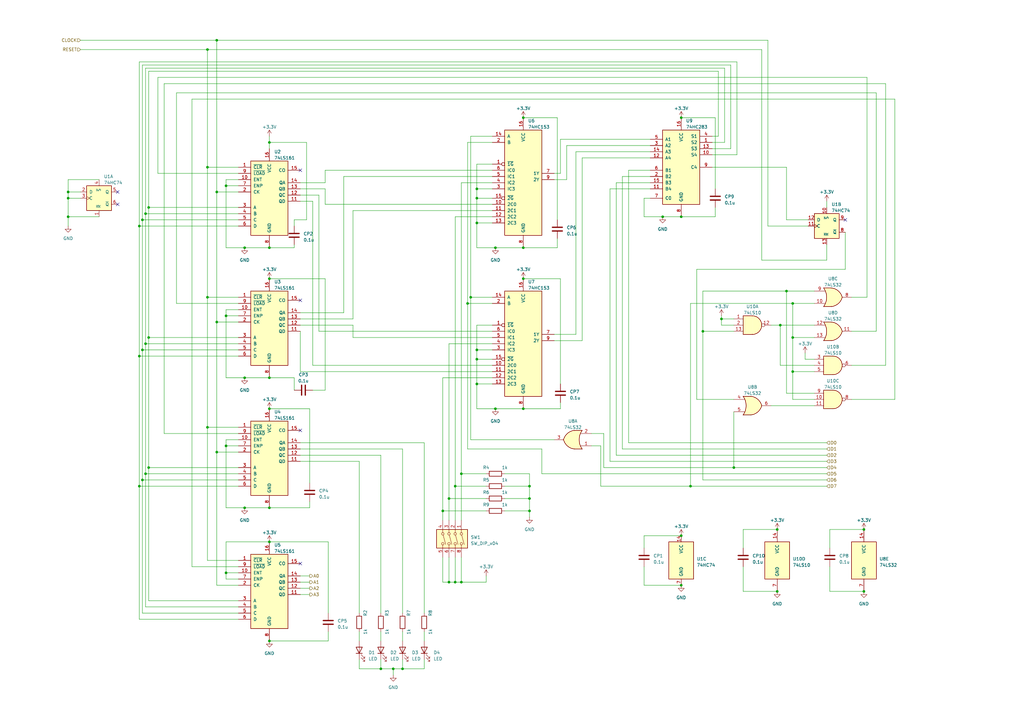
<source format=kicad_sch>
(kicad_sch (version 20230121) (generator eeschema)
  (paper "A3")
  (lib_symbols
    (symbol "74HC:74HC153" (pin_names (offset 1.016))
      (property "Reference" "U" (at -7.62 21.59 0))
      (property "Value" "74HC153" (at -7.62 -24.13 0))
      (symbol "74HC153_1_0"
        (pin input inverted (at -12.7 6.35 0) (length 5.08) (name "~{1G}") (number "1"))
        (pin input line (at -12.7 -10.16 0) (length 5.08) (name "2C0") (number "10"))
        (pin input line (at -12.7 -12.7 0) (length 5.08) (name "2C1") (number "11"))
        (pin input line (at -12.7 -15.24 0) (length 5.08) (name "2C2") (number "12"))
        (pin input line (at -12.7 -17.78 0) (length 5.08) (name "2C3") (number "13"))
        (pin input line (at -12.7 17.78 0) (length 5.08) (name "A") (number "14"))
        (pin input inverted (at -12.7 -7.62 0) (length 5.08) (name "~{2G}") (number "15"))
        (pin power_in line (at 0 25.4 270) (length 5.08) (name "VCC") (number "16"))
        (pin input line (at -12.7 15.24 0) (length 5.08) (name "B") (number "2"))
        (pin input line (at -12.7 -3.81 0) (length 5.08) (name "IC3") (number "3"))
        (pin input line (at -12.7 -1.27 0) (length 5.08) (name "IC2") (number "4"))
        (pin input line (at -12.7 1.27 0) (length 5.08) (name "IC1") (number "5"))
        (pin input line (at -12.7 3.81 0) (length 5.08) (name "IC0") (number "6"))
        (pin output line (at 12.7 2.54 180) (length 5.08) (name "1Y") (number "7"))
        (pin power_in line (at 0 -27.94 90) (length 5.08) (name "GND") (number "8"))
        (pin output line (at 12.7 0 180) (length 5.08) (name "2Y") (number "9"))
      )
    )
    (symbol "74HC:74HC161" (pin_names (offset 1.016))
      (property "Reference" "U" (at -7.62 16.51 0))
      (property "Value" "74LS161" (at -7.62 -16.51 0))
      (symbol "74HC161_1_0"
        (pin input line (at -12.7 12.7 0) (length 5.08) (name "~{CLR}") (number "1"))
        (pin input line (at -12.7 7.62 0) (length 5.08) (name "ENT") (number "10"))
        (pin output line (at 12.7 -1.27 180) (length 5.08) (name "QD") (number "11"))
        (pin output line (at 12.7 1.27 180) (length 5.08) (name "QC") (number "12"))
        (pin output line (at 12.7 3.81 180) (length 5.08) (name "QB") (number "13"))
        (pin output line (at 12.7 6.35 180) (length 5.08) (name "QA") (number "14"))
        (pin output line (at 12.7 11.43 180) (length 5.08) (name "CO") (number "15"))
        (pin power_in line (at 0 20.32 270) (length 5.08) (name "VCC") (number "16"))
        (pin input line (at -12.7 2.54 0) (length 5.08) (name "CK") (number "2"))
        (pin input line (at -12.7 -3.81 0) (length 5.08) (name "A") (number "3"))
        (pin input line (at -12.7 -6.35 0) (length 5.08) (name "B") (number "4"))
        (pin input line (at -12.7 -8.89 0) (length 5.08) (name "C") (number "5"))
        (pin input line (at -12.7 -11.43 0) (length 5.08) (name "D") (number "6"))
        (pin input line (at -12.7 5.08 0) (length 5.08) (name "ENP") (number "7"))
        (pin power_in line (at 0 -20.32 90) (length 5.08) (name "GND") (number "8"))
        (pin input line (at -12.7 10.16 0) (length 5.08) (name "~{LOAD}") (number "9"))
      )
    )
    (symbol "74HC:74HC283" (pin_names (offset 1.016))
      (property "Reference" "U" (at -7.62 16.51 0))
      (property "Value" "74HC283" (at -7.62 -16.51 0))
      (symbol "74HC283_1_0"
        (pin output line (at 12.7 10.16 180) (length 5.08) (name "S2") (number "1"))
        (pin output line (at 12.7 5.08 180) (length 5.08) (name "S4") (number "10"))
        (pin input line (at -12.7 -8.89 0) (length 5.08) (name "B4") (number "11"))
        (pin input line (at -12.7 3.81 0) (length 5.08) (name "A4") (number "12"))
        (pin output line (at 12.7 7.62 180) (length 5.08) (name "S3") (number "13"))
        (pin input line (at -12.7 6.35 0) (length 5.08) (name "A3") (number "14"))
        (pin input line (at -12.7 -6.35 0) (length 5.08) (name "B3") (number "15"))
        (pin power_in line (at 0 20.32 270) (length 5.08) (name "VCC") (number "16"))
        (pin input line (at -12.7 -3.81 0) (length 5.08) (name "B2") (number "2"))
        (pin input line (at -12.7 8.89 0) (length 5.08) (name "A2") (number "3"))
        (pin output line (at 12.7 12.7 180) (length 5.08) (name "S1") (number "4"))
        (pin input line (at -12.7 11.43 0) (length 5.08) (name "A1") (number "5"))
        (pin input line (at -12.7 -1.27 0) (length 5.08) (name "B1") (number "6"))
        (pin input line (at -12.7 -12.7 0) (length 5.08) (name "C0") (number "7"))
        (pin power_in line (at 0 -20.32 90) (length 5.08) (name "GND") (number "8"))
        (pin output line (at 12.7 0 180) (length 5.08) (name "C4") (number "9"))
      )
    )
    (symbol "74xx:74HC74" (pin_names (offset 1.016))
      (property "Reference" "U" (at -7.62 8.89 0))
      (property "Value" "74HC74" (at -7.62 -8.89 0))
      (symbol "74HC74_1_0"
        (pin input line (at 0 -7.62 90) (length 2.54) (name "~{R}") (number "1"))
        (pin input line (at -7.62 2.54 0) (length 2.54) (name "D") (number "2"))
        (pin input clock (at -7.62 0 0) (length 2.54) (name "C") (number "3"))
        (pin input line (at 0 7.62 270) (length 2.54) (name "~{S}") (number "4"))
        (pin output line (at 7.62 2.54 180) (length 2.54) (name "Q") (number "5"))
        (pin output line (at 7.62 -2.54 180) (length 2.54) (name "~{Q}") (number "6"))
      )
      (symbol "74HC74_2_0"
        (pin input line (at 0 7.62 270) (length 2.54) (name "~{S}") (number "10"))
        (pin input clock (at -7.62 0 0) (length 2.54) (name "C") (number "11"))
        (pin input line (at -7.62 2.54 0) (length 2.54) (name "D") (number "12"))
        (pin input line (at 0 -7.62 90) (length 2.54) (name "~{R}") (number "13"))
        (pin output line (at 7.62 -2.54 180) (length 2.54) (name "~{Q}") (number "8"))
        (pin output line (at 7.62 2.54 180) (length 2.54) (name "Q") (number "9"))
      )
      (symbol "74HC74_3_0"
        (pin power_in line (at 0 10.16 270) (length 2.54) (name "VCC") (number "14"))
        (pin power_in line (at 0 -10.16 90) (length 2.54) (name "GND") (number "7"))
      )
    )
    (symbol "74xx:74LS10" (pin_names (offset 1.016))
      (property "Reference" "U" (at 0 1.27 0))
      (property "Value" "74LS10" (at 0 -1.27 0))
      (symbol "74LS10_1_1"
        (pin input line (at -7.62 2.54 0) (length 3.81) (name "~") (number "1"))
        (pin output inverted (at 7.62 0 180) (length 3.81) (name "~") (number "12"))
        (pin input line (at -7.62 -2.54 0) (length 3.81) (name "~") (number "13"))
        (pin input line (at -7.62 0 0) (length 3.81) (name "~") (number "2"))
      )
      (symbol "74LS10_1_2"
        (pin input inverted (at -7.62 2.54 0) (length 4.318) (name "~") (number "1"))
        (pin output line (at 7.62 0 180) (length 3.81) (name "~") (number "12"))
        (pin input inverted (at -7.62 -2.54 0) (length 4.318) (name "~") (number "13"))
        (pin input inverted (at -7.62 0 0) (length 4.953) (name "~") (number "2"))
      )
      (symbol "74LS10_2_1"
        (pin input line (at -7.62 2.54 0) (length 3.81) (name "~") (number "3"))
        (pin input line (at -7.62 0 0) (length 3.81) (name "~") (number "4"))
        (pin input line (at -7.62 -2.54 0) (length 3.81) (name "~") (number "5"))
        (pin output inverted (at 7.62 0 180) (length 3.81) (name "~") (number "6"))
      )
      (symbol "74LS10_2_2"
        (pin input inverted (at -7.62 2.54 0) (length 4.318) (name "~") (number "3"))
        (pin input inverted (at -7.62 0 0) (length 4.953) (name "~") (number "4"))
        (pin input inverted (at -7.62 -2.54 0) (length 4.318) (name "~") (number "5"))
        (pin output line (at 7.62 0 180) (length 3.81) (name "~") (number "6"))
      )
      (symbol "74LS10_3_1"
        (pin input line (at -7.62 0 0) (length 3.81) (name "~") (number "10"))
        (pin input line (at -7.62 -2.54 0) (length 3.81) (name "~") (number "11"))
        (pin output inverted (at 7.62 0 180) (length 3.81) (name "~") (number "8"))
        (pin input line (at -7.62 2.54 0) (length 3.81) (name "~") (number "9"))
      )
      (symbol "74LS10_3_2"
        (pin input inverted (at -7.62 0 0) (length 4.953) (name "~") (number "10"))
        (pin input inverted (at -7.62 -2.54 0) (length 4.318) (name "~") (number "11"))
        (pin output line (at 7.62 0 180) (length 3.81) (name "~") (number "8"))
        (pin input inverted (at -7.62 2.54 0) (length 4.318) (name "~") (number "9"))
      )
      (symbol "74LS10_4_0"
        (pin power_in line (at 0 12.7 270) (length 5.08) (name "VCC") (number "14"))
        (pin power_in line (at 0 -12.7 90) (length 5.08) (name "GND") (number "7"))
      )
    )
    (symbol "74xx:74LS32" (pin_names (offset 1.016))
      (property "Reference" "U" (at 0 1.27 0))
      (property "Value" "74LS32" (at 0 -1.27 0))
      (symbol "74LS32_1_1"
        (pin input line (at -7.62 2.54 0) (length 4.318) (name "~") (number "1"))
        (pin input line (at -7.62 -2.54 0) (length 4.318) (name "~") (number "2"))
        (pin output line (at 7.62 0 180) (length 3.81) (name "~") (number "3"))
      )
      (symbol "74LS32_1_2"
        (pin input inverted (at -7.62 2.54 0) (length 3.81) (name "~") (number "1"))
        (pin input inverted (at -7.62 -2.54 0) (length 3.81) (name "~") (number "2"))
        (pin output inverted (at 7.62 0 180) (length 3.81) (name "~") (number "3"))
      )
      (symbol "74LS32_2_1"
        (pin input line (at -7.62 2.54 0) (length 4.318) (name "~") (number "4"))
        (pin input line (at -7.62 -2.54 0) (length 4.318) (name "~") (number "5"))
        (pin output line (at 7.62 0 180) (length 3.81) (name "~") (number "6"))
      )
      (symbol "74LS32_2_2"
        (pin input inverted (at -7.62 2.54 0) (length 3.81) (name "~") (number "4"))
        (pin input inverted (at -7.62 -2.54 0) (length 3.81) (name "~") (number "5"))
        (pin output inverted (at 7.62 0 180) (length 3.81) (name "~") (number "6"))
      )
      (symbol "74LS32_3_1"
        (pin input line (at -7.62 -2.54 0) (length 4.318) (name "~") (number "10"))
        (pin output line (at 7.62 0 180) (length 3.81) (name "~") (number "8"))
        (pin input line (at -7.62 2.54 0) (length 4.318) (name "~") (number "9"))
      )
      (symbol "74LS32_3_2"
        (pin input inverted (at -7.62 -2.54 0) (length 3.81) (name "~") (number "10"))
        (pin output inverted (at 7.62 0 180) (length 3.81) (name "~") (number "8"))
        (pin input inverted (at -7.62 2.54 0) (length 3.81) (name "~") (number "9"))
      )
      (symbol "74LS32_4_1"
        (pin output line (at 7.62 0 180) (length 3.81) (name "~") (number "11"))
        (pin input line (at -7.62 2.54 0) (length 4.318) (name "~") (number "12"))
        (pin input line (at -7.62 -2.54 0) (length 4.318) (name "~") (number "13"))
      )
      (symbol "74LS32_4_2"
        (pin output inverted (at 7.62 0 180) (length 3.81) (name "~") (number "11"))
        (pin input inverted (at -7.62 2.54 0) (length 3.81) (name "~") (number "12"))
        (pin input inverted (at -7.62 -2.54 0) (length 3.81) (name "~") (number "13"))
      )
      (symbol "74LS32_5_0"
        (pin power_in line (at 0 12.7 270) (length 5.08) (name "VCC") (number "14"))
        (pin power_in line (at 0 -12.7 90) (length 5.08) (name "GND") (number "7"))
      )
    )
    (symbol "Device:C" (pin_numbers hide) (pin_names (offset 0.254))
      (property "Reference" "C" (at 0.635 2.54 0))
      (property "Value" "C" (at 0.635 -2.54 0))
      (symbol "C_1_1"
        (pin passive line (at 0 3.81 270) (length 2.794) (name "~") (number "1"))
        (pin passive line (at 0 -3.81 90) (length 2.794) (name "~") (number "2"))
      )
    )
    (symbol "Device:LED" (pin_numbers hide) (pin_names (offset 1.016) hide)
      (property "Reference" "D" (at 0 2.54 0))
      (property "Value" "LED" (at 0 -2.54 0))
      (symbol "LED_1_1"
        (pin passive line (at -3.81 0 0) (length 2.54) (name "K") (number "1"))
        (pin passive line (at 3.81 0 180) (length 2.54) (name "A") (number "2"))
      )
    )
    (symbol "Device:R" (pin_numbers hide) (pin_names (offset 0))
      (property "Reference" "R" (at 2.032 0 90))
      (property "Value" "R" (at 0 0 90))
      (symbol "R_1_1"
        (pin passive line (at 0 3.81 270) (length 1.27) (name "~") (number "1"))
        (pin passive line (at 0 -3.81 90) (length 1.27) (name "~") (number "2"))
      )
    )
    (symbol "Switch:SW_DIP_x04" (pin_names (offset 0) hide)
      (property "Reference" "SW" (at 0 8.89 0))
      (property "Value" "SW_DIP_x04" (at 0 -6.35 0))
      (symbol "SW_DIP_x04_1_1"
        (pin passive line (at -7.62 5.08 0) (length 5.08) (name "~") (number "1"))
        (pin passive line (at -7.62 2.54 0) (length 5.08) (name "~") (number "2"))
        (pin passive line (at -7.62 0 0) (length 5.08) (name "~") (number "3"))
        (pin passive line (at -7.62 -2.54 0) (length 5.08) (name "~") (number "4"))
        (pin passive line (at 7.62 -2.54 180) (length 5.08) (name "~") (number "5"))
        (pin passive line (at 7.62 0 180) (length 5.08) (name "~") (number "6"))
        (pin passive line (at 7.62 2.54 180) (length 5.08) (name "~") (number "7"))
        (pin passive line (at 7.62 5.08 180) (length 5.08) (name "~") (number "8"))
      )
    )
    (symbol "power:+3.3V" (power) (pin_names (offset 0))
      (property "Value" "+3.3V" (at 0 3.556 0))
      (symbol "+3.3V_1_1"
        (pin power_in line (at 0 0 90) (length 0) hide (name "+3.3V") (number "1"))
      )
    )
    (symbol "power:GND" (power) (pin_names (offset 0))
      (property "Value" "GND" (at 0 -3.81 0))
      (symbol "GND_1_1"
        (pin power_in line (at 0 0 270) (length 0) hide (name "GND") (number "1"))
      )
    )
  )
  (junction (at 110.49 154.94))
  (junction (at 58.42 90.17))
  (junction (at 57.15 199.39))
  (junction (at 325.12 152.4))
  (junction (at 60.96 138.43))
  (junction (at 92.71 76.2))
  (junction (at 110.49 208.28))
  (junction (at 288.29 135.89))
  (junction (at 110.49 58.42))
  (junction (at 189.23 194.31))
  (junction (at 100.33 101.6))
  (junction (at 214.63 48.26))
  (junction (at 59.69 194.31))
  (junction (at 186.69 199.39))
  (junction (at 325.12 138.43))
  (junction (at 110.49 101.6))
  (junction (at 214.63 101.6))
  (junction (at 217.17 204.47))
  (junction (at 88.9 78.74))
  (junction (at 320.04 133.35))
  (junction (at 110.49 167.64))
  (junction (at 165.1 274.32))
  (junction (at 186.69 238.76))
  (junction (at 195.58 77.47))
  (junction (at 27.94 88.9))
  (junction (at 195.58 143.51))
  (junction (at 92.71 129.54))
  (junction (at 279.4 219.71))
  (junction (at 189.23 238.76))
  (junction (at 85.09 175.26))
  (junction (at 58.42 196.85))
  (junction (at 100.33 208.28))
  (junction (at 195.58 147.32))
  (junction (at 191.77 124.46))
  (junction (at 318.77 217.17))
  (junction (at 203.2 167.64))
  (junction (at 92.71 234.95))
  (junction (at 58.42 143.51))
  (junction (at 59.69 87.63))
  (junction (at 300.99 191.77))
  (junction (at 283.21 199.39))
  (junction (at 214.63 167.64))
  (junction (at 27.94 81.28))
  (junction (at 271.78 88.9))
  (junction (at 27.94 78.74))
  (junction (at 217.17 199.39))
  (junction (at 325.12 124.46))
  (junction (at 100.33 154.94))
  (junction (at 110.49 222.25))
  (junction (at 193.04 121.92))
  (junction (at 60.96 191.77))
  (junction (at 322.58 119.38))
  (junction (at 195.58 157.48))
  (junction (at 195.58 91.44))
  (junction (at 88.9 132.08))
  (junction (at 92.71 182.88))
  (junction (at 295.91 130.81))
  (junction (at 161.29 274.32))
  (junction (at 110.49 262.89))
  (junction (at 88.9 16.51))
  (junction (at 279.4 88.9))
  (junction (at 60.96 85.09))
  (junction (at 85.09 20.32))
  (junction (at 184.15 204.47))
  (junction (at 184.15 238.76))
  (junction (at 57.15 92.71))
  (junction (at 57.15 146.05))
  (junction (at 354.33 242.57))
  (junction (at 279.4 240.03))
  (junction (at 85.09 68.58))
  (junction (at 318.77 242.57))
  (junction (at 88.9 185.42))
  (junction (at 217.17 209.55))
  (junction (at 354.33 217.17))
  (junction (at 181.61 209.55))
  (junction (at 279.4 48.26))
  (junction (at 156.21 274.32))
  (junction (at 59.69 140.97))
  (junction (at 110.49 114.3))
  (junction (at 195.58 81.28))
  (junction (at 203.2 101.6))
  (junction (at 85.09 121.92))
  (junction (at 214.63 114.3))
  (no_connect (at 123.19 69.85))
  (no_connect (at 123.19 123.19))
  (no_connect (at 48.26 78.74))
  (no_connect (at 48.26 83.82))
  (no_connect (at 123.19 176.53))
  (no_connect (at 123.19 231.14))
  (no_connect (at 346.71 90.17))
  (wire (pts (xy 314.96 16.51) (xy 314.96 92.71)))
  (wire (pts (xy 367.03 40.64) (xy 367.03 163.83)))
  (wire (pts (xy 288.29 135.89) (xy 300.99 135.89)))
  (wire (pts (xy 147.32 270.51) (xy 147.32 274.32)))
  (wire (pts (xy 184.15 140.97) (xy 184.15 204.47)))
  (wire (pts (xy 184.15 204.47) (xy 199.39 204.47)))
  (wire (pts (xy 247.65 191.77) (xy 300.99 191.77)))
  (wire (pts (xy 367.03 163.83) (xy 349.25 163.83)))
  (wire (pts (xy 322.58 90.17) (xy 331.47 90.17)))
  (wire (pts (xy 88.9 185.42) (xy 88.9 240.03)))
  (wire (pts (xy 201.93 143.51) (xy 195.58 143.51)))
  (wire (pts (xy 325.12 124.46) (xy 283.21 124.46)))
  (wire (pts (xy 195.58 133.35) (xy 201.93 133.35)))
  (wire (pts (xy 264.16 232.41) (xy 264.16 240.03)))
  (wire (pts (xy 229.87 167.64) (xy 214.63 167.64)))
  (wire (pts (xy 156.21 186.69) (xy 156.21 251.46)))
  (wire (pts (xy 189.23 194.31) (xy 199.39 194.31)))
  (wire (pts (xy 58.42 90.17) (xy 97.79 90.17)))
  (wire (pts (xy 125.73 58.42) (xy 125.73 90.17)))
  (wire (pts (xy 59.69 194.31) (xy 97.79 194.31)))
  (wire (pts (xy 322.58 161.29) (xy 334.01 161.29)))
  (wire (pts (xy 58.42 143.51) (xy 58.42 196.85)))
  (wire (pts (xy 334.01 119.38) (xy 322.58 119.38)))
  (wire (pts (xy 184.15 204.47) (xy 184.15 213.36)))
  (wire (pts (xy 304.8 217.17) (xy 318.77 217.17)))
  (wire (pts (xy 92.71 76.2) (xy 92.71 101.6)))
  (wire (pts (xy 88.9 240.03) (xy 97.79 240.03)))
  (wire (pts (xy 304.8 232.41) (xy 304.8 242.57)))
  (wire (pts (xy 293.37 77.47) (xy 293.37 48.26)))
  (wire (pts (xy 144.78 130.81) (xy 144.78 86.36)))
  (wire (pts (xy 97.79 232.41) (xy 78.74 232.41)))
  (wire (pts (xy 165.1 184.15) (xy 165.1 251.46)))
  (wire (pts (xy 64.77 71.12) (xy 97.79 71.12)))
  (wire (pts (xy 201.93 88.9) (xy 186.69 88.9)))
  (wire (pts (xy 100.33 208.28) (xy 110.49 208.28)))
  (wire (pts (xy 325.12 152.4) (xy 325.12 163.83)))
  (wire (pts (xy 325.12 138.43) (xy 325.12 152.4)))
  (wire (pts (xy 57.15 199.39) (xy 97.79 199.39)))
  (wire (pts (xy 236.22 62.23) (xy 266.7 62.23)))
  (wire (pts (xy 236.22 137.16) (xy 236.22 62.23)))
  (wire (pts (xy 294.64 55.88) (xy 294.64 29.21)))
  (wire (pts (xy 110.49 55.88) (xy 110.49 58.42)))
  (wire (pts (xy 85.09 20.32) (xy 312.42 20.32)))
  (wire (pts (xy 229.87 114.3) (xy 214.63 114.3)))
  (wire (pts (xy 250.19 189.23) (xy 250.19 77.47)))
  (wire (pts (xy 339.09 194.31) (xy 222.25 194.31)))
  (wire (pts (xy 147.32 189.23) (xy 147.32 251.46)))
  (wire (pts (xy 181.61 209.55) (xy 199.39 209.55)))
  (wire (pts (xy 195.58 157.48) (xy 195.58 167.64)))
  (wire (pts (xy 285.75 163.83) (xy 300.99 163.83)))
  (wire (pts (xy 339.09 189.23) (xy 250.19 189.23)))
  (wire (pts (xy 144.78 138.43) (xy 201.93 138.43)))
  (wire (pts (xy 246.38 182.88) (xy 242.57 182.88)))
  (wire (pts (xy 58.42 26.67) (xy 58.42 90.17)))
  (wire (pts (xy 193.04 121.92) (xy 201.93 121.92)))
  (wire (pts (xy 228.6 101.6) (xy 214.63 101.6)))
  (wire (pts (xy 316.23 133.35) (xy 320.04 133.35)))
  (wire (pts (xy 127 205.74) (xy 127 208.28)))
  (wire (pts (xy 57.15 92.71) (xy 57.15 146.05)))
  (wire (pts (xy 227.33 137.16) (xy 236.22 137.16)))
  (wire (pts (xy 60.96 29.21) (xy 60.96 85.09)))
  (wire (pts (xy 255.27 184.15) (xy 255.27 72.39)))
  (wire (pts (xy 363.22 34.29) (xy 67.31 34.29)))
  (wire (pts (xy 123.19 184.15) (xy 165.1 184.15)))
  (wire (pts (xy 288.29 196.85) (xy 339.09 196.85)))
  (wire (pts (xy 354.33 217.17) (xy 340.36 217.17)))
  (wire (pts (xy 294.64 29.21) (xy 60.96 29.21)))
  (wire (pts (xy 92.71 154.94) (xy 100.33 154.94)))
  (wire (pts (xy 144.78 86.36) (xy 201.93 86.36)))
  (wire (pts (xy 193.04 121.92) (xy 193.04 180.34)))
  (wire (pts (xy 92.71 101.6) (xy 100.33 101.6)))
  (wire (pts (xy 92.71 129.54) (xy 92.71 154.94)))
  (wire (pts (xy 339.09 184.15) (xy 255.27 184.15)))
  (wire (pts (xy 229.87 165.1) (xy 229.87 167.64)))
  (wire (pts (xy 312.42 106.68) (xy 339.09 106.68)))
  (wire (pts (xy 199.39 238.76) (xy 189.23 238.76)))
  (wire (pts (xy 232.41 73.66) (xy 232.41 59.69)))
  (wire (pts (xy 57.15 146.05) (xy 57.15 199.39)))
  (wire (pts (xy 184.15 228.6) (xy 184.15 238.76)))
  (wire (pts (xy 123.19 128.27) (xy 140.97 128.27)))
  (wire (pts (xy 173.99 274.32) (xy 165.1 274.32)))
  (wire (pts (xy 227.33 73.66) (xy 232.41 73.66)))
  (wire (pts (xy 189.23 228.6) (xy 189.23 238.76)))
  (wire (pts (xy 186.69 88.9) (xy 186.69 199.39)))
  (wire (pts (xy 123.19 82.55) (xy 128.27 82.55)))
  (wire (pts (xy 322.58 68.58) (xy 322.58 90.17)))
  (wire (pts (xy 228.6 90.17) (xy 228.6 48.26)))
  (wire (pts (xy 320.04 133.35) (xy 334.01 133.35)))
  (wire (pts (xy 191.77 184.15) (xy 191.77 124.46)))
  (wire (pts (xy 123.19 130.81) (xy 144.78 130.81)))
  (wire (pts (xy 60.96 138.43) (xy 60.96 191.77)))
  (wire (pts (xy 266.7 69.85) (xy 257.81 69.85)))
  (wire (pts (xy 292.1 55.88) (xy 294.64 55.88)))
  (wire (pts (xy 222.25 194.31) (xy 222.25 184.15)))
  (wire (pts (xy 339.09 82.55) (xy 339.09 85.09)))
  (wire (pts (xy 217.17 194.31) (xy 217.17 199.39)))
  (wire (pts (xy 195.58 143.51) (xy 195.58 147.32)))
  (wire (pts (xy 201.93 140.97) (xy 184.15 140.97)))
  (wire (pts (xy 85.09 229.87) (xy 97.79 229.87)))
  (wire (pts (xy 127 208.28) (xy 110.49 208.28)))
  (wire (pts (xy 292.1 63.5) (xy 302.26 63.5)))
  (wire (pts (xy 186.69 199.39) (xy 199.39 199.39)))
  (wire (pts (xy 201.93 58.42) (xy 191.77 58.42)))
  (wire (pts (xy 266.7 74.93) (xy 252.73 74.93)))
  (wire (pts (xy 123.19 238.76) (xy 127 238.76)))
  (wire (pts (xy 266.7 57.15) (xy 229.87 57.15)))
  (wire (pts (xy 266.7 64.77) (xy 238.76 64.77)))
  (wire (pts (xy 123.19 189.23) (xy 147.32 189.23)))
  (wire (pts (xy 140.97 128.27) (xy 140.97 72.39)))
  (wire (pts (xy 110.49 58.42) (xy 110.49 60.96)))
  (wire (pts (xy 133.35 69.85) (xy 133.35 74.93)))
  (wire (pts (xy 201.93 81.28) (xy 195.58 81.28)))
  (wire (pts (xy 246.38 199.39) (xy 283.21 199.39)))
  (wire (pts (xy 340.36 242.57) (xy 354.33 242.57)))
  (wire (pts (xy 195.58 147.32) (xy 195.58 157.48)))
  (wire (pts (xy 201.93 74.93) (xy 189.23 74.93)))
  (wire (pts (xy 27.94 78.74) (xy 27.94 73.66)))
  (wire (pts (xy 78.74 232.41) (xy 78.74 40.64)))
  (wire (pts (xy 27.94 81.28) (xy 33.02 81.28)))
  (wire (pts (xy 247.65 177.8) (xy 247.65 191.77)))
  (wire (pts (xy 193.04 180.34) (xy 227.33 180.34)))
  (wire (pts (xy 67.31 34.29) (xy 67.31 177.8)))
  (wire (pts (xy 67.31 177.8) (xy 97.79 177.8)))
  (wire (pts (xy 88.9 78.74) (xy 88.9 132.08)))
  (wire (pts (xy 264.16 81.28) (xy 266.7 81.28)))
  (wire (pts (xy 59.69 140.97) (xy 97.79 140.97)))
  (wire (pts (xy 222.25 184.15) (xy 191.77 184.15)))
  (wire (pts (xy 130.81 135.89) (xy 130.81 80.01)))
  (wire (pts (xy 127 167.64) (xy 110.49 167.64)))
  (wire (pts (xy 78.74 40.64) (xy 367.03 40.64)))
  (wire (pts (xy 195.58 101.6) (xy 203.2 101.6)))
  (wire (pts (xy 92.71 182.88) (xy 97.79 182.88)))
  (wire (pts (xy 228.6 97.79) (xy 228.6 101.6)))
  (wire (pts (xy 297.18 58.42) (xy 297.18 27.94)))
  (wire (pts (xy 193.04 55.88) (xy 201.93 55.88)))
  (wire (pts (xy 27.94 88.9) (xy 27.94 92.71)))
  (wire (pts (xy 144.78 133.35) (xy 144.78 138.43)))
  (wire (pts (xy 59.69 194.31) (xy 59.69 248.92)))
  (wire (pts (xy 85.09 121.92) (xy 85.09 175.26)))
  (wire (pts (xy 165.1 274.32) (xy 161.29 274.32)))
  (wire (pts (xy 214.63 48.26) (xy 228.6 48.26)))
  (wire (pts (xy 195.58 77.47) (xy 195.58 81.28)))
  (wire (pts (xy 92.71 208.28) (xy 100.33 208.28)))
  (wire (pts (xy 363.22 149.86) (xy 363.22 34.29)))
  (wire (pts (xy 134.62 262.89) (xy 110.49 262.89)))
  (wire (pts (xy 120.65 100.33) (xy 120.65 101.6)))
  (wire (pts (xy 229.87 57.15) (xy 229.87 71.12)))
  (wire (pts (xy 288.29 119.38) (xy 322.58 119.38)))
  (wire (pts (xy 207.01 209.55) (xy 217.17 209.55)))
  (wire (pts (xy 123.19 236.22) (xy 127 236.22)))
  (wire (pts (xy 189.23 238.76) (xy 186.69 238.76)))
  (wire (pts (xy 195.58 167.64) (xy 203.2 167.64)))
  (wire (pts (xy 340.36 217.17) (xy 340.36 224.79)))
  (wire (pts (xy 293.37 48.26) (xy 279.4 48.26)))
  (wire (pts (xy 227.33 139.7) (xy 238.76 139.7)))
  (wire (pts (xy 97.79 180.34) (xy 92.71 180.34)))
  (wire (pts (xy 232.41 59.69) (xy 266.7 59.69)))
  (wire (pts (xy 195.58 133.35) (xy 195.58 143.51)))
  (wire (pts (xy 283.21 124.46) (xy 283.21 199.39)))
  (wire (pts (xy 186.69 228.6) (xy 186.69 238.76)))
  (wire (pts (xy 97.79 234.95) (xy 92.71 234.95)))
  (wire (pts (xy 123.19 243.84) (xy 127 243.84)))
  (wire (pts (xy 295.91 130.81) (xy 295.91 133.35)))
  (wire (pts (xy 88.9 185.42) (xy 97.79 185.42)))
  (wire (pts (xy 130.81 80.01) (xy 123.19 80.01)))
  (wire (pts (xy 173.99 270.51) (xy 173.99 274.32)))
  (wire (pts (xy 165.1 259.08) (xy 165.1 262.89)))
  (wire (pts (xy 195.58 157.48) (xy 201.93 157.48)))
  (wire (pts (xy 195.58 67.31) (xy 195.58 77.47)))
  (wire (pts (xy 60.96 85.09) (xy 97.79 85.09)))
  (wire (pts (xy 123.19 181.61) (xy 173.99 181.61)))
  (wire (pts (xy 85.09 175.26) (xy 97.79 175.26)))
  (wire (pts (xy 59.69 87.63) (xy 59.69 140.97)))
  (wire (pts (xy 207.01 199.39) (xy 217.17 199.39)))
  (wire (pts (xy 110.49 58.42) (xy 125.73 58.42)))
  (wire (pts (xy 88.9 132.08) (xy 88.9 185.42)))
  (wire (pts (xy 300.99 130.81) (xy 295.91 130.81)))
  (wire (pts (xy 346.71 110.49) (xy 285.75 110.49)))
  (wire (pts (xy 201.93 69.85) (xy 133.35 69.85)))
  (wire (pts (xy 271.78 88.9) (xy 279.4 88.9)))
  (wire (pts (xy 57.15 199.39) (xy 57.15 254)))
  (wire (pts (xy 27.94 73.66) (xy 40.64 73.66)))
  (wire (pts (xy 285.75 110.49) (xy 285.75 163.83)))
  (wire (pts (xy 97.79 73.66) (xy 92.71 73.66)))
  (wire (pts (xy 246.38 199.39) (xy 246.38 182.88)))
  (wire (pts (xy 288.29 135.89) (xy 288.29 119.38)))
  (wire (pts (xy 195.58 81.28) (xy 195.58 91.44)))
  (wire (pts (xy 57.15 146.05) (xy 97.79 146.05)))
  (wire (pts (xy 59.69 27.94) (xy 59.69 87.63)))
  (wire (pts (xy 314.96 92.71) (xy 331.47 92.71)))
  (wire (pts (xy 349.25 135.89) (xy 359.41 135.89)))
  (wire (pts (xy 304.8 224.79) (xy 304.8 217.17)))
  (wire (pts (xy 201.93 135.89) (xy 130.81 135.89)))
  (wire (pts (xy 195.58 91.44) (xy 201.93 91.44)))
  (wire (pts (xy 359.41 135.89) (xy 359.41 38.1)))
  (wire (pts (xy 92.71 127) (xy 92.71 129.54)))
  (wire (pts (xy 191.77 124.46) (xy 201.93 124.46)))
  (wire (pts (xy 123.19 135.89) (xy 123.19 152.4)))
  (wire (pts (xy 355.6 31.75) (xy 64.77 31.75)))
  (wire (pts (xy 120.65 101.6) (xy 110.49 101.6)))
  (wire (pts (xy 238.76 64.77) (xy 238.76 139.7)))
  (wire (pts (xy 59.69 248.92) (xy 97.79 248.92)))
  (wire (pts (xy 88.9 16.51) (xy 314.96 16.51)))
  (wire (pts (xy 186.69 199.39) (xy 186.69 213.36)))
  (wire (pts (xy 123.19 77.47) (xy 133.35 77.47)))
  (wire (pts (xy 334.01 149.86) (xy 320.04 149.86)))
  (wire (pts (xy 229.87 71.12) (xy 227.33 71.12)))
  (wire (pts (xy 85.09 68.58) (xy 97.79 68.58)))
  (wire (pts (xy 123.19 241.3) (xy 127 241.3)))
  (wire (pts (xy 123.19 152.4) (xy 201.93 152.4)))
  (wire (pts (xy 60.96 138.43) (xy 97.79 138.43)))
  (wire (pts (xy 195.58 147.32) (xy 201.93 147.32)))
  (wire (pts (xy 250.19 77.47) (xy 266.7 77.47)))
  (wire (pts (xy 85.09 175.26) (xy 85.09 229.87)))
  (wire (pts (xy 57.15 25.4) (xy 57.15 92.71)))
  (wire (pts (xy 264.16 240.03) (xy 279.4 240.03)))
  (wire (pts (xy 134.62 251.46) (xy 134.62 222.25)))
  (wire (pts (xy 189.23 74.93) (xy 189.23 194.31)))
  (wire (pts (xy 184.15 238.76) (xy 181.61 238.76)))
  (wire (pts (xy 59.69 87.63) (xy 97.79 87.63)))
  (wire (pts (xy 85.09 121.92) (xy 97.79 121.92)))
  (wire (pts (xy 92.71 182.88) (xy 92.71 208.28)))
  (wire (pts (xy 92.71 180.34) (xy 92.71 182.88)))
  (wire (pts (xy 334.01 124.46) (xy 325.12 124.46)))
  (wire (pts (xy 120.65 92.71) (xy 120.65 90.17)))
  (wire (pts (xy 302.26 25.4) (xy 57.15 25.4)))
  (wire (pts (xy 58.42 143.51) (xy 97.79 143.51)))
  (wire (pts (xy 257.81 181.61) (xy 339.09 181.61)))
  (wire (pts (xy 92.71 129.54) (xy 97.79 129.54)))
  (wire (pts (xy 27.94 81.28) (xy 27.94 78.74)))
  (wire (pts (xy 203.2 101.6) (xy 214.63 101.6)))
  (wire (pts (xy 316.23 166.37) (xy 334.01 166.37)))
  (wire (pts (xy 40.64 88.9) (xy 27.94 88.9)))
  (wire (pts (xy 181.61 209.55) (xy 181.61 213.36)))
  (wire (pts (xy 72.39 38.1) (xy 72.39 124.46)))
  (wire (pts (xy 359.41 38.1) (xy 72.39 38.1)))
  (wire (pts (xy 92.71 237.49) (xy 97.79 237.49)))
  (wire (pts (xy 72.39 124.46) (xy 97.79 124.46)))
  (wire (pts (xy 123.19 186.69) (xy 156.21 186.69)))
  (wire (pts (xy 100.33 101.6) (xy 110.49 101.6)))
  (wire (pts (xy 165.1 270.51) (xy 165.1 274.32)))
  (wire (pts (xy 88.9 132.08) (xy 97.79 132.08)))
  (wire (pts (xy 292.1 58.42) (xy 297.18 58.42)))
  (wire (pts (xy 191.77 58.42) (xy 191.77 124.46)))
  (wire (pts (xy 189.23 194.31) (xy 189.23 213.36)))
  (wire (pts (xy 283.21 199.39) (xy 339.09 199.39)))
  (wire (pts (xy 120.65 90.17) (xy 125.73 90.17)))
  (wire (pts (xy 304.8 242.57) (xy 318.77 242.57)))
  (wire (pts (xy 173.99 181.61) (xy 173.99 251.46)))
  (wire (pts (xy 288.29 135.89) (xy 288.29 196.85)))
  (wire (pts (xy 195.58 91.44) (xy 195.58 101.6)))
  (wire (pts (xy 340.36 232.41) (xy 340.36 242.57)))
  (wire (pts (xy 133.35 114.3) (xy 110.49 114.3)))
  (wire (pts (xy 199.39 236.22) (xy 199.39 238.76)))
  (wire (pts (xy 85.09 20.32) (xy 85.09 68.58)))
  (wire (pts (xy 134.62 222.25) (xy 110.49 222.25)))
  (wire (pts (xy 293.37 85.09) (xy 293.37 88.9)))
  (wire (pts (xy 325.12 152.4) (xy 334.01 152.4)))
  (wire (pts (xy 330.2 144.78) (xy 330.2 147.32)))
  (wire (pts (xy 128.27 149.86) (xy 201.93 149.86)))
  (wire (pts (xy 58.42 196.85) (xy 97.79 196.85)))
  (wire (pts (xy 58.42 251.46) (xy 97.79 251.46)))
  (wire (pts (xy 123.19 133.35) (xy 144.78 133.35)))
  (wire (pts (xy 320.04 133.35) (xy 320.04 149.86)))
  (wire (pts (xy 133.35 74.93) (xy 123.19 74.93)))
  (wire (pts (xy 201.93 154.94) (xy 181.61 154.94)))
  (wire (pts (xy 134.62 259.08) (xy 134.62 262.89)))
  (wire (pts (xy 133.35 77.47) (xy 133.35 83.82)))
  (wire (pts (xy 292.1 60.96) (xy 299.72 60.96)))
  (wire (pts (xy 60.96 191.77) (xy 97.79 191.77)))
  (wire (pts (xy 88.9 78.74) (xy 97.79 78.74)))
  (wire (pts (xy 85.09 68.58) (xy 85.09 121.92)))
  (wire (pts (xy 60.96 191.77) (xy 60.96 246.38)))
  (wire (pts (xy 120.65 154.94) (xy 110.49 154.94)))
  (wire (pts (xy 229.87 157.48) (xy 229.87 114.3)))
  (wire (pts (xy 349.25 149.86) (xy 363.22 149.86)))
  (wire (pts (xy 181.61 228.6) (xy 181.61 238.76)))
  (wire (pts (xy 349.25 121.92) (xy 355.6 121.92)))
  (wire (pts (xy 33.02 20.32) (xy 85.09 20.32)))
  (wire (pts (xy 33.02 16.51) (xy 88.9 16.51)))
  (wire (pts (xy 201.93 67.31) (xy 195.58 67.31)))
  (wire (pts (xy 100.33 154.94) (xy 110.49 154.94)))
  (wire (pts (xy 257.81 69.85) (xy 257.81 181.61)))
  (wire (pts (xy 27.94 78.74) (xy 33.02 78.74)))
  (wire (pts (xy 325.12 124.46) (xy 325.12 138.43)))
  (wire (pts (xy 299.72 26.67) (xy 58.42 26.67)))
  (wire (pts (xy 293.37 88.9) (xy 279.4 88.9)))
  (wire (pts (xy 325.12 138.43) (xy 334.01 138.43)))
  (wire (pts (xy 295.91 133.35) (xy 300.99 133.35)))
  (wire (pts (xy 97.79 76.2) (xy 92.71 76.2)))
  (wire (pts (xy 346.71 95.25) (xy 346.71 110.49)))
  (wire (pts (xy 300.99 191.77) (xy 339.09 191.77)))
  (wire (pts (xy 60.96 246.38) (xy 97.79 246.38)))
  (wire (pts (xy 92.71 127) (xy 97.79 127)))
  (wire (pts (xy 207.01 194.31) (xy 217.17 194.31)))
  (wire (pts (xy 173.99 259.08) (xy 173.99 262.89)))
  (wire (pts (xy 264.16 81.28) (xy 264.16 88.9)))
  (wire (pts (xy 120.65 160.02) (xy 120.65 154.94)))
  (wire (pts (xy 59.69 140.97) (xy 59.69 194.31)))
  (wire (pts (xy 133.35 160.02) (xy 133.35 114.3)))
  (wire (pts (xy 57.15 92.71) (xy 97.79 92.71)))
  (wire (pts (xy 217.17 209.55) (xy 217.17 212.09)))
  (wire (pts (xy 186.69 238.76) (xy 184.15 238.76)))
  (wire (pts (xy 325.12 163.83) (xy 334.01 163.83)))
  (wire (pts (xy 128.27 82.55) (xy 128.27 149.86)))
  (wire (pts (xy 292.1 68.58) (xy 322.58 68.58)))
  (wire (pts (xy 133.35 83.82) (xy 201.93 83.82)))
  (wire (pts (xy 252.73 74.93) (xy 252.73 186.69)))
  (wire (pts (xy 181.61 154.94) (xy 181.61 209.55)))
  (wire (pts (xy 312.42 20.32) (xy 312.42 106.68)))
  (wire (pts (xy 58.42 196.85) (xy 58.42 251.46)))
  (wire (pts (xy 27.94 88.9) (xy 27.94 81.28)))
  (wire (pts (xy 147.32 274.32) (xy 156.21 274.32)))
  (wire (pts (xy 295.91 129.54) (xy 295.91 130.81)))
  (wire (pts (xy 207.01 204.47) (xy 217.17 204.47)))
  (wire (pts (xy 156.21 270.51) (xy 156.21 274.32)))
  (wire (pts (xy 92.71 73.66) (xy 92.71 76.2)))
  (wire (pts (xy 58.42 90.17) (xy 58.42 143.51)))
  (wire (pts (xy 128.27 160.02) (xy 133.35 160.02)))
  (wire (pts (xy 264.16 224.79) (xy 264.16 219.71)))
  (wire (pts (xy 339.09 106.68) (xy 339.09 100.33)))
  (wire (pts (xy 60.96 85.09) (xy 60.96 138.43)))
  (wire (pts (xy 195.58 77.47) (xy 201.93 77.47)))
  (wire (pts (xy 92.71 222.25) (xy 110.49 222.25)))
  (wire (pts (xy 161.29 274.32) (xy 161.29 276.86)))
  (wire (pts (xy 92.71 237.49) (xy 92.71 234.95)))
  (wire (pts (xy 156.21 274.32) (xy 161.29 274.32)))
  (wire (pts (xy 156.21 259.08) (xy 156.21 262.89)))
  (wire (pts (xy 302.26 63.5) (xy 302.26 25.4)))
  (wire (pts (xy 57.15 254) (xy 97.79 254)))
  (wire (pts (xy 355.6 121.92) (xy 355.6 31.75)))
  (wire (pts (xy 217.17 204.47) (xy 217.17 209.55)))
  (wire (pts (xy 322.58 119.38) (xy 322.58 161.29)))
  (wire (pts (xy 334.01 147.32) (xy 330.2 147.32)))
  (wire (pts (xy 203.2 167.64) (xy 214.63 167.64)))
  (wire (pts (xy 252.73 186.69) (xy 339.09 186.69)))
  (wire (pts (xy 92.71 234.95) (xy 92.71 222.25)))
  (wire (pts (xy 217.17 199.39) (xy 217.17 204.47)))
  (wire (pts (xy 255.27 72.39) (xy 266.7 72.39)))
  (wire (pts (xy 300.99 168.91) (xy 300.99 191.77)))
  (wire (pts (xy 147.32 259.08) (xy 147.32 262.89)))
  (wire (pts (xy 299.72 60.96) (xy 299.72 26.67)))
  (wire (pts (xy 140.97 72.39) (xy 201.93 72.39)))
  (wire (pts (xy 64.77 31.75) (xy 64.77 71.12)))
  (wire (pts (xy 297.18 27.94) (xy 59.69 27.94)))
  (wire (pts (xy 242.57 177.8) (xy 247.65 177.8)))
  (wire (pts (xy 193.04 55.88) (xy 193.04 121.92)))
  (wire (pts (xy 127 198.12) (xy 127 167.64)))
  (wire (pts (xy 264.16 219.71) (xy 279.4 219.71)))
  (wire (pts (xy 264.16 88.9) (xy 271.78 88.9)))
  (wire (pts (xy 88.9 16.51) (xy 88.9 78.74)))
  (hierarchical_label "RESET" (shape input) (at 33.02 20.32 180))
  (hierarchical_label "A2" (shape output) (at 127 241.3 0))
  (hierarchical_label "A1" (shape output) (at 127 238.76 0))
  (hierarchical_label "D5" (shape input) (at 339.09 194.31 0))
  (hierarchical_label "D0" (shape input) (at 339.09 181.61 0))
  (hierarchical_label "D6" (shape input) (at 339.09 196.85 0))
  (hierarchical_label "A3" (shape output) (at 127 243.84 0))
  (hierarchical_label "D2" (shape input) (at 339.09 186.69 0))
  (hierarchical_label "CLOCK" (shape input) (at 33.02 16.51 180))
  (hierarchical_label "D3" (shape input) (at 339.09 189.23 0))
  (hierarchical_label "A0" (shape output) (at 127 236.22 0))
  (hierarchical_label "D1" (shape input) (at 339.09 184.15 0))
  (hierarchical_label "D4" (shape input) (at 339.09 191.77 0))
  (hierarchical_label "D7" (shape input) (at 339.09 199.39 0))
  (symbol (lib_id "power:GND") (at 217.17 212.09 0) (unit 1)
    (property "Reference" "#PWR027" (effects hide))
    (property "Value" "GND" (at 217.17 217.17 0))
  )
  (symbol (lib_id "74HC:74HC161") (at 110.49 81.28 0) (unit 1)
    (property "Reference" "U2" (at 112.4459 62.23 0) (effects (justify left)))
    (property "Value" "74LS161" (at 112.4459 64.77 0) (effects (justify left)))
    (property "Footprint" "Package_DIP:DIP-16_W7.62mm" (effects hide))
    (property "Datasheet" "https://akizukidenshi.com/download/ds/toshiba/TC74HC161A.pdf" (effects hide))
  )
  (symbol (lib_id "power:GND") (at 110.49 262.89 0) (unit 1)
    (property "Reference" "#PWR09" (effects hide))
    (property "Value" "GND" (at 110.49 267.97 0))
  )
  (symbol (lib_id "power:+3.3V") (at 279.4 219.71 0) (unit 1)
    (property "Reference" "#PWR05" (effects hide))
    (property "Value" "+3.3V" (at 279.4 215.9 0))
    (instances (project "td4" (path "" (reference "#PWR05") (unit 1)) (path "" (reference "#PWR040") (unit 1))))
  )
  (symbol (lib_id "74xx:74LS32") (at 341.63 135.89 0) (unit 4)
    (property "Reference" "U8" (at 341.63 128.27 0))
    (property "Value" "74LS32" (at 341.63 130.81 0))
    (property "Footprint" "Package_DIP:DIP-14_W7.62mm" (effects hide))
    (property "Datasheet" "http://www.ti.com/lit/gpn/sn74LS32" (effects hide))
  )
  (symbol (lib_id "Device:LED") (at 173.99 266.7 90) (unit 1)
    (property "Reference" "D4" (at 177.8 267.6525 90) (effects (justify right)))
    (property "Value" "LED" (at 177.8 270.1925 90) (effects (justify right)))
    (property "Footprint" "LED_THT:LED_D3.0mm" (effects hide))
  )
  (symbol (lib_id "74HC:74HC153") (at 214.63 139.7 0) (unit 1)
    (property "Reference" "U7" (at 216.5859 115.57 0) (effects (justify left)))
    (property "Value" "74HC153" (at 216.5859 118.11 0) (effects (justify left)))
    (property "Footprint" "Package_DIP:DIP-16_W7.62mm" (effects hide))
    (property "Datasheet" "https://toshiba.semicon-storage.com/info/TC74HC153AP_datasheet_ja_20140301.pdf?did=10307&prodName=TC74HC153AP" (effects hide))
  )
  (symbol (lib_id "Device:C") (at 124.46 160.02 90) (unit 1)
    (property "Reference" "CP3" (at 124.46 153.67 90))
    (property "Value" "0.1u" (at 124.46 156.21 90))
    (property "Footprint" "Capacitor_THT:C_Disc_D3.0mm_W1.6mm_P2.50mm" (effects hide))
  )
  (symbol (lib_id "Device:R") (at 173.99 255.27 0) (unit 1)
    (property "Reference" "R8" (at 176.53 251.46 90))
    (property "Value" "1k" (at 176.53 259.08 90))
    (property "Footprint" "Resistor_THT:R_Axial_DIN0207_L6.3mm_D2.5mm_P10.16mm_Horizontal" (effects hide))
  )
  (symbol (lib_id "74xx:74HC74") (at 279.4 229.87 0) (unit 3)
    (property "Reference" "U1" (at 285.75 229.235 0) (effects (justify left)))
    (property "Value" "74HC74" (at 285.75 231.775 0) (effects (justify left)))
    (property "Footprint" "Package_DIP:DIP-14_W7.62mm" (effects hide))
    (property "Datasheet" "74xx/74hc_hct74.pdf" (effects hide))
  )
  (symbol (lib_id "power:+3.3V") (at 318.77 217.17 0) (unit 1)
    (property "Reference" "#PWR05" (effects hide))
    (property "Value" "+3.3V" (at 318.77 213.36 0))
    (instances (project "td4" (path "" (reference "#PWR05") (unit 1)) (path "" (reference "#PWR039") (unit 1))))
  )
  (symbol (lib_id "power:GND") (at 279.4 240.03 0) (unit 1)
    (property "Reference" "#PWR03" (effects hide))
    (property "Value" "GND" (at 279.4 245.11 0))
    (instances (project "td4" (path "" (reference "#PWR03") (unit 1)) (path "" (reference "#PWR02") (unit 1)) (path "" (reference "#PWR037") (unit 1))))
  )
  (symbol (lib_id "power:+3.3V") (at 110.49 114.3 0) (unit 1)
    (property "Reference" "#PWR05" (effects hide))
    (property "Value" "+3.3V" (at 110.49 110.49 0))
    (instances (project "td4" (path "" (reference "#PWR05") (unit 1)) (path "" (reference "#PWR019") (unit 1))))
  )
  (symbol (lib_id "power:GND") (at 100.33 154.94 0) (unit 1)
    (property "Reference" "#PWR07" (effects hide))
    (property "Value" "GND" (at 100.33 160.02 0))
  )
  (symbol (lib_id "power:GND") (at 203.2 101.6 0) (unit 1)
    (property "Reference" "#PWR024" (effects hide))
    (property "Value" "GND" (at 203.2 106.68 0))
  )
  (symbol (lib_id "Device:C") (at 134.62 255.27 0) (unit 1)
    (property "Reference" "CP5" (at 138.43 254.635 0) (effects (justify left)))
    (property "Value" "0.1u" (at 138.43 257.175 0) (effects (justify left)))
    (property "Footprint" "Capacitor_THT:C_Disc_D3.0mm_W1.6mm_P2.50mm" (effects hide))
  )
  (symbol (lib_id "74xx:74LS32") (at 234.95 180.34 180) (unit 1)
    (property "Reference" "U8" (at 234.95 172.72 0))
    (property "Value" "74LS32" (at 234.95 175.26 0))
    (property "Footprint" "Package_DIP:DIP-14_W7.62mm" (effects hide))
    (property "Datasheet" "http://www.ti.com/lit/gpn/sn74LS32" (effects hide))
  )
  (symbol (lib_id "Device:C") (at 228.6 93.98 0) (unit 1)
    (property "Reference" "CP6" (at 232.41 93.345 0) (effects (justify left)))
    (property "Value" "0.1u" (at 232.41 95.885 0) (effects (justify left)))
    (property "Footprint" "Capacitor_THT:C_Disc_D3.0mm_W1.6mm_P2.50mm" (effects hide))
  )
  (symbol (lib_id "Device:R") (at 147.32 255.27 0) (unit 1)
    (property "Reference" "R2" (at 149.86 251.46 90))
    (property "Value" "1k" (at 149.86 259.08 90))
    (property "Footprint" "Resistor_THT:R_Axial_DIN0207_L6.3mm_D2.5mm_P10.16mm_Horizontal" (effects hide))
  )
  (symbol (lib_id "Device:R") (at 203.2 194.31 90) (unit 1)
    (property "Reference" "R4" (at 199.39 191.77 90))
    (property "Value" "1k" (at 207.01 191.77 90))
    (property "Footprint" "Resistor_THT:R_Axial_DIN0207_L6.3mm_D2.5mm_P10.16mm_Horizontal" (effects hide))
  )
  (symbol (lib_id "Device:C") (at 304.8 228.6 0) (unit 1)
    (property "Reference" "CP10" (at 308.61 227.965 0) (effects (justify left)))
    (property "Value" "0.1u" (at 308.61 230.505 0) (effects (justify left)))
    (property "Footprint" "Capacitor_THT:C_Disc_D3.0mm_W1.6mm_P2.50mm" (effects hide))
  )
  (symbol (lib_id "power:+3.3V") (at 110.49 167.64 0) (unit 1)
    (property "Reference" "#PWR05" (effects hide))
    (property "Value" "+3.3V" (at 110.49 163.83 0))
    (instances (project "td4" (path "" (reference "#PWR05") (unit 1)) (path "" (reference "#PWR020") (unit 1))))
  )
  (symbol (lib_id "Device:C") (at 293.37 81.28 0) (unit 1)
    (property "Reference" "CP9" (at 297.18 80.645 0) (effects (justify left)))
    (property "Value" "0.1u" (at 297.18 83.185 0) (effects (justify left)))
    (property "Footprint" "Capacitor_THT:C_Disc_D3.0mm_W1.6mm_P2.50mm" (effects hide))
  )
  (symbol (lib_id "power:+3.3V") (at 214.63 48.26 0) (unit 1)
    (property "Reference" "#PWR05" (effects hide))
    (property "Value" "+3.3V" (at 214.63 44.45 0))
    (instances (project "td4" (path "" (reference "#PWR05") (unit 1)) (path "" (reference "#PWR022") (unit 1))))
  )
  (symbol (lib_id "power:GND") (at 203.2 167.64 0) (unit 1)
    (property "Reference" "#PWR025" (effects hide))
    (property "Value" "GND" (at 203.2 172.72 0))
  )
  (symbol (lib_id "Device:R") (at 165.1 255.27 0) (unit 1)
    (property "Reference" "R7" (at 167.64 251.46 90))
    (property "Value" "1k" (at 167.64 259.08 90))
    (property "Footprint" "Resistor_THT:R_Axial_DIN0207_L6.3mm_D2.5mm_P10.16mm_Horizontal" (effects hide))
  )
  (symbol (lib_id "74HC:74HC161") (at 110.49 134.62 0) (unit 1)
    (property "Reference" "U3" (at 112.4459 115.57 0) (effects (justify left)))
    (property "Value" "74LS161" (at 112.4459 118.11 0) (effects (justify left)))
    (property "Footprint" "Package_DIP:DIP-16_W7.62mm" (effects hide))
    (property "Datasheet" "https://akizukidenshi.com/download/ds/toshiba/TC74HC161A.pdf" (effects hide))
  )
  (symbol (lib_id "Device:R") (at 156.21 255.27 0) (unit 1)
    (property "Reference" "R3" (at 158.75 251.46 90))
    (property "Value" "1k" (at 158.75 259.08 90))
    (property "Footprint" "Resistor_THT:R_Axial_DIN0207_L6.3mm_D2.5mm_P10.16mm_Horizontal" (effects hide))
  )
  (symbol (lib_id "74xx:74LS32") (at 341.63 121.92 0) (unit 3)
    (property "Reference" "U8" (at 341.63 114.3 0))
    (property "Value" "74LS32" (at 341.63 116.84 0))
    (property "Footprint" "Package_DIP:DIP-14_W7.62mm" (effects hide))
    (property "Datasheet" "http://www.ti.com/lit/gpn/sn74LS32" (effects hide))
  )
  (symbol (lib_id "power:GND") (at 271.78 88.9 0) (unit 1)
    (property "Reference" "#PWR033" (effects hide))
    (property "Value" "GND" (at 271.78 93.98 0))
  )
  (symbol (lib_id "Device:LED") (at 156.21 266.7 90) (unit 1)
    (property "Reference" "D2" (at 160.02 267.6525 90) (effects (justify right)))
    (property "Value" "LED" (at 160.02 270.1925 90) (effects (justify right)))
    (property "Footprint" "LED_THT:LED_D3.0mm" (effects hide))
  )
  (symbol (lib_id "74xx:74LS32") (at 308.61 166.37 0) (unit 2)
    (property "Reference" "U8" (at 308.61 158.75 0))
    (property "Value" "74LS32" (at 308.61 161.29 0))
    (property "Footprint" "Package_DIP:DIP-14_W7.62mm" (effects hide))
    (property "Datasheet" "http://www.ti.com/lit/gpn/sn74LS32" (effects hide))
  )
  (symbol (lib_id "Device:LED") (at 147.32 266.7 90) (unit 1)
    (property "Reference" "D1" (at 151.13 267.6525 90) (effects (justify right)))
    (property "Value" "LED" (at 151.13 270.1925 90) (effects (justify right)))
    (property "Footprint" "LED_THT:LED_D3.0mm" (effects hide))
  )
  (symbol (lib_id "power:+3.3V") (at 279.4 48.26 0) (unit 1)
    (property "Reference" "#PWR05" (effects hide))
    (property "Value" "+3.3V" (at 279.4 44.45 0))
    (instances (project "td4" (path "" (reference "#PWR05") (unit 1)) (path "" (reference "#PWR032") (unit 1))))
  )
  (symbol (lib_id "74xx:74LS10") (at 341.63 163.83 0) (unit 3)
    (property "Reference" "U10" (at 341.6217 156.21 0))
    (property "Value" "74LS10" (at 341.6217 158.75 0))
    (property "Footprint" "Package_DIP:DIP-14_W7.62mm" (effects hide))
    (property "Datasheet" "http://www.ti.com/lit/gpn/sn74LS10" (effects hide))
  )
  (symbol (lib_id "74xx:74HC74") (at 40.64 81.28 0) (unit 1)
    (property "Reference" "U1" (at 42.5959 72.39 0) (effects (justify left)))
    (property "Value" "74HC74" (at 42.5959 74.93 0) (effects (justify left)))
    (property "Footprint" "Package_DIP:DIP-14_W7.62mm" (effects hide))
    (property "Datasheet" "74xx/74hc_hct74.pdf" (effects hide))
  )
  (symbol (lib_id "Device:C") (at 120.65 96.52 0) (unit 1)
    (property "Reference" "CP2" (at 124.46 95.885 0) (effects (justify left)))
    (property "Value" "0.1u" (at 124.46 98.425 0) (effects (justify left)))
    (property "Footprint" "Capacitor_THT:C_Disc_D3.0mm_W1.6mm_P2.50mm" (effects hide))
  )
  (symbol (lib_id "power:+3.3V") (at 214.63 114.3 0) (unit 1)
    (property "Reference" "#PWR05" (effects hide))
    (property "Value" "+3.3V" (at 214.63 110.49 0))
    (instances (project "td4" (path "" (reference "#PWR05") (unit 1)) (path "" (reference "#PWR023") (unit 1))))
  )
  (symbol (lib_id "power:GND") (at 354.33 242.57 0) (unit 1)
    (property "Reference" "#PWR03" (effects hide))
    (property "Value" "GND" (at 354.33 247.65 0))
    (instances (project "td4" (path "" (reference "#PWR03") (unit 1)) (path "" (reference "#PWR02") (unit 1)) (path "" (reference "#PWR035") (unit 1))))
  )
  (symbol (lib_id "Device:R") (at 203.2 209.55 90) (unit 1)
    (property "Reference" "R9" (at 199.39 207.01 90))
    (property "Value" "1k" (at 207.01 207.01 90))
    (property "Footprint" "Resistor_THT:R_Axial_DIN0207_L6.3mm_D2.5mm_P10.16mm_Horizontal" (effects hide))
  )
  (symbol (lib_id "74HC:74HC161") (at 110.49 242.57 0) (unit 1)
    (property "Reference" "U5" (at 112.4459 223.52 0) (effects (justify left)))
    (property "Value" "74LS161" (at 112.4459 226.06 0) (effects (justify left)))
    (property "Footprint" "Package_DIP:DIP-16_W7.62mm" (effects hide))
    (property "Datasheet" "https://akizukidenshi.com/download/ds/toshiba/TC74HC161A.pdf" (effects hide))
  )
  (symbol (lib_id "power:+3.3V") (at 295.91 129.54 0) (unit 1)
    (property "Reference" "#PWR05" (effects hide))
    (property "Value" "+3.3V" (at 295.91 125.73 0))
    (instances (project "td4" (path "" (reference "#PWR05") (unit 1)) (path "" (reference "#PWR029") (unit 1))))
  )
  (symbol (lib_id "power:GND") (at 27.94 92.71 0) (unit 1)
    (property "Reference" "#PWR034" (effects hide))
    (property "Value" "GND" (at 27.94 97.79 0))
  )
  (symbol (lib_id "74xx:74LS10") (at 308.61 133.35 0) (unit 1)
    (property "Reference" "U10" (at 308.6017 125.73 0))
    (property "Value" "74LS10" (at 308.6017 128.27 0))
    (property "Footprint" "Package_DIP:DIP-14_W7.62mm" (effects hide))
    (property "Datasheet" "http://www.ti.com/lit/gpn/sn74LS10" (effects hide))
  )
  (symbol (lib_id "74HC:74HC161") (at 110.49 187.96 0) (unit 1)
    (property "Reference" "U4" (at 112.4459 168.91 0) (effects (justify left)))
    (property "Value" "74LS161" (at 112.4459 171.45 0) (effects (justify left)))
    (property "Footprint" "Package_DIP:DIP-16_W7.62mm" (effects hide))
    (property "Datasheet" "https://akizukidenshi.com/download/ds/toshiba/TC74HC161A.pdf" (effects hide))
  )
  (symbol (lib_id "Device:R") (at 203.2 199.39 90) (unit 1)
    (property "Reference" "R5" (at 199.39 196.85 90))
    (property "Value" "1k" (at 207.01 196.85 90))
    (property "Footprint" "Resistor_THT:R_Axial_DIN0207_L6.3mm_D2.5mm_P10.16mm_Horizontal" (effects hide))
  )
  (symbol (lib_id "74HC:74HC153") (at 214.63 73.66 0) (unit 1)
    (property "Reference" "U6" (at 216.5859 49.53 0) (effects (justify left)))
    (property "Value" "74HC153" (at 216.5859 52.07 0) (effects (justify left)))
    (property "Footprint" "Package_DIP:DIP-16_W7.62mm" (effects hide))
    (property "Datasheet" "https://toshiba.semicon-storage.com/info/TC74HC153AP_datasheet_ja_20140301.pdf?did=10307&prodName=TC74HC153AP" (effects hide))
  )
  (symbol (lib_id "Device:C") (at 264.16 228.6 0) (unit 1)
    (property "Reference" "CP1" (at 267.97 227.965 0) (effects (justify left)))
    (property "Value" "0.1u" (at 267.97 230.505 0) (effects (justify left)))
    (property "Footprint" "Capacitor_THT:C_Disc_D3.0mm_W1.6mm_P2.50mm" (effects hide))
  )
  (symbol (lib_id "power:+3.3V") (at 110.49 55.88 0) (unit 1)
    (property "Reference" "#PWR05" (effects hide))
    (property "Value" "+3.3V" (at 110.49 52.07 0))
    (instances (project "td4" (path "" (reference "#PWR05") (unit 1)) (path "" (reference "#PWR017") (unit 1))))
  )
  (symbol (lib_id "Switch:SW_DIP_x04") (at 184.15 220.98 270) (unit 1)
    (property "Reference" "SW1" (at 193.04 220.345 90) (effects (justify left)))
    (property "Value" "SW_DIP_x04" (at 193.04 222.885 90) (effects (justify left)))
    (property "Footprint" "Button_Switch_THT:SW_DIP_SPSTx04_Slide_9.78x12.34mm_W7.62mm_P2.54mm" (effects hide))
  )
  (symbol (lib_id "power:+3.3V") (at 330.2 144.78 0) (unit 1)
    (property "Reference" "#PWR05" (effects hide))
    (property "Value" "+3.3V" (at 330.2 140.97 0))
    (instances (project "td4" (path "" (reference "#PWR05") (unit 1)) (path "" (reference "#PWR030") (unit 1))))
  )
  (symbol (lib_id "74HC:74HC283") (at 279.4 68.58 0) (unit 1)
    (property "Reference" "U9" (at 281.3559 49.53 0) (effects (justify left)))
    (property "Value" "74HC283" (at 281.3559 52.07 0) (effects (justify left)))
    (property "Footprint" "Package_DIP:DIP-16_W7.62mm" (effects hide))
    (property "Datasheet" "https://toshiba.semicon-storage.com/info/TC74HC283AP_datasheet_ja_20140301.pdf?did=15440&prodName=TC74HC283AP" (effects hide))
  )
  (symbol (lib_id "74xx:74HC74") (at 339.09 92.71 0) (unit 2)
    (property "Reference" "U1" (at 341.0459 83.82 0) (effects (justify left)))
    (property "Value" "74HC74" (at 341.0459 86.36 0) (effects (justify left)))
    (property "Footprint" "Package_DIP:DIP-14_W7.62mm" (effects hide))
    (property "Datasheet" "74xx/74hc_hct74.pdf" (effects hide))
  )
  (symbol (lib_id "Device:C") (at 229.87 161.29 0) (unit 1)
    (property "Reference" "CP7" (at 233.68 160.655 0) (effects (justify left)))
    (property "Value" "0.1u" (at 233.68 163.195 0) (effects (justify left)))
    (property "Footprint" "Capacitor_THT:C_Disc_D3.0mm_W1.6mm_P2.50mm" (effects hide))
  )
  (symbol (lib_id "power:+3.3V") (at 110.49 222.25 0) (unit 1)
    (property "Reference" "#PWR05" (effects hide))
    (property "Value" "+3.3V" (at 110.49 218.44 0))
    (instances (project "td4" (path "" (reference "#PWR05") (unit 1)) (path "" (reference "#PWR021") (unit 1))))
  )
  (symbol (lib_id "power:+3.3V") (at 199.39 236.22 0) (unit 1)
    (property "Reference" "#PWR05" (effects hide))
    (property "Value" "+3.3V" (at 199.39 232.41 0))
    (instances (project "td4" (path "" (reference "#PWR05") (unit 1)) (path "" (reference "#PWR026") (unit 1))))
  )
  (symbol (lib_id "Device:R") (at 203.2 204.47 90) (unit 1)
    (property "Reference" "R6" (at 199.39 201.93 90))
    (property "Value" "1k" (at 207.01 201.93 90))
    (property "Footprint" "Resistor_THT:R_Axial_DIN0207_L6.3mm_D2.5mm_P10.16mm_Horizontal" (effects hide))
  )
  (symbol (lib_id "Device:LED") (at 165.1 266.7 90) (unit 1)
    (property "Reference" "D3" (at 168.91 267.6525 90) (effects (justify right)))
    (property "Value" "LED" (at 168.91 270.1925 90) (effects (justify right)))
    (property "Footprint" "LED_THT:LED_D3.0mm" (effects hide))
  )
  (symbol (lib_id "74xx:74LS10") (at 318.77 229.87 0) (unit 4)
    (property "Reference" "U10" (at 325.12 229.235 0) (effects (justify left)))
    (property "Value" "74LS10" (at 325.12 231.775 0) (effects (justify left)))
    (property "Footprint" "Package_DIP:DIP-14_W7.62mm" (effects hide))
    (property "Datasheet" "http://www.ti.com/lit/gpn/sn74LS10" (effects hide))
  )
  (symbol (lib_id "Device:C") (at 127 201.93 0) (unit 1)
    (property "Reference" "CP4" (at 130.81 201.295 0) (effects (justify left)))
    (property "Value" "0.1u" (at 130.81 203.835 0) (effects (justify left)))
    (property "Footprint" "Capacitor_THT:C_Disc_D3.0mm_W1.6mm_P2.50mm" (effects hide))
  )
  (symbol (lib_id "power:+3.3V") (at 354.33 217.17 0) (unit 1)
    (property "Reference" "#PWR05" (effects hide))
    (property "Value" "+3.3V" (at 354.33 213.36 0))
    (instances (project "td4" (path "" (reference "#PWR05") (unit 1)) (path "" (reference "#PWR038") (unit 1))))
  )
  (symbol (lib_id "Device:C") (at 340.36 228.6 0) (unit 1)
    (property "Reference" "CP8" (at 344.17 227.965 0) (effects (justify left)))
    (property "Value" "0.1u" (at 344.17 230.505 0) (effects (justify left)))
    (property "Footprint" "Capacitor_THT:C_Disc_D3.0mm_W1.6mm_P2.50mm" (effects hide))
  )
  (symbol (lib_id "power:+3.3V") (at 339.09 82.55 0) (unit 1)
    (property "Reference" "#PWR05" (effects hide))
    (property "Value" "+3.3V" (at 339.09 78.74 0))
    (instances (project "td4" (path "" (reference "#PWR05") (unit 1)) (path "" (reference "#PWR031") (unit 1))))
  )
  (symbol (lib_id "power:GND") (at 161.29 276.86 0) (unit 1)
    (property "Reference" "#PWR028" (effects hide))
    (property "Value" "GND" (at 161.29 281.94 0))
  )
  (symbol (lib_id "74xx:74LS32") (at 354.33 229.87 0) (unit 5)
    (property "Reference" "U8" (at 360.68 229.235 0) (effects (justify left)))
    (property "Value" "74LS32" (at 360.68 231.775 0) (effects (justify left)))
    (property "Footprint" "Package_DIP:DIP-14_W7.62mm" (effects hide))
    (property "Datasheet" "http://www.ti.com/lit/gpn/sn74LS32" (effects hide))
  )
  (symbol (lib_id "power:GND") (at 318.77 242.57 0) (unit 1)
    (property "Reference" "#PWR03" (effects hide))
    (property "Value" "GND" (at 318.77 247.65 0))
    (instances (project "td4" (path "" (reference "#PWR03") (unit 1)) (path "" (reference "#PWR02") (unit 1)) (path "" (reference "#PWR036") (unit 1))))
  )
  (symbol (lib_id "power:GND") (at 100.33 101.6 0) (unit 1)
    (property "Reference" "#PWR01" (effects hide))
    (property "Value" "GND" (at 100.33 106.68 0))
  )
  (symbol (lib_id "74xx:74LS10") (at 341.63 149.86 0) (unit 2)
    (property "Reference" "U10" (at 341.6217 142.24 0))
    (property "Value" "74LS10" (at 341.6217 144.78 0))
    (property "Footprint" "Package_DIP:DIP-14_W7.62mm" (effects hide))
    (property "Datasheet" "http://www.ti.com/lit/gpn/sn74LS10" (effects hide))
  )
  (symbol (lib_id "power:GND") (at 100.33 208.28 0) (unit 1)
    (property "Reference" "#PWR08" (effects hide))
    (property "Value" "GND" (at 100.33 213.36 0))
  )
)
</source>
